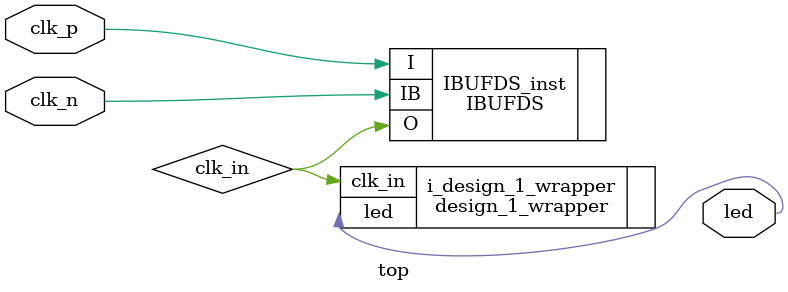
<source format=v>
`timescale 1ns / 1ps


module top(
    input wire clk_p,
    input wire clk_n,
    output wire led 
    );
    //INTERNAL VARBALE DECLARATION
    
    //REGS
    
    //WIRES
    
    wire clk_in ;
    
    //MAIN CODE
    
    IBUFDS #(
      .DIFF_TERM ( "false" ) ,
      .IBUF_LOW_PWR ( "true" ) ,
      .IOSTANDARD( "default" ) 
      ) IBUFDS_inst(
        .I ( clk_p ) ,
        .IB( clk_n ) ,
        .O ( clk_in )
        ) ;
        
        
    design_1_wrapper i_design_1_wrapper(
        .clk_in ( clk_in ) ,
        .led ( led )
        ) ;
        
endmodule

</source>
